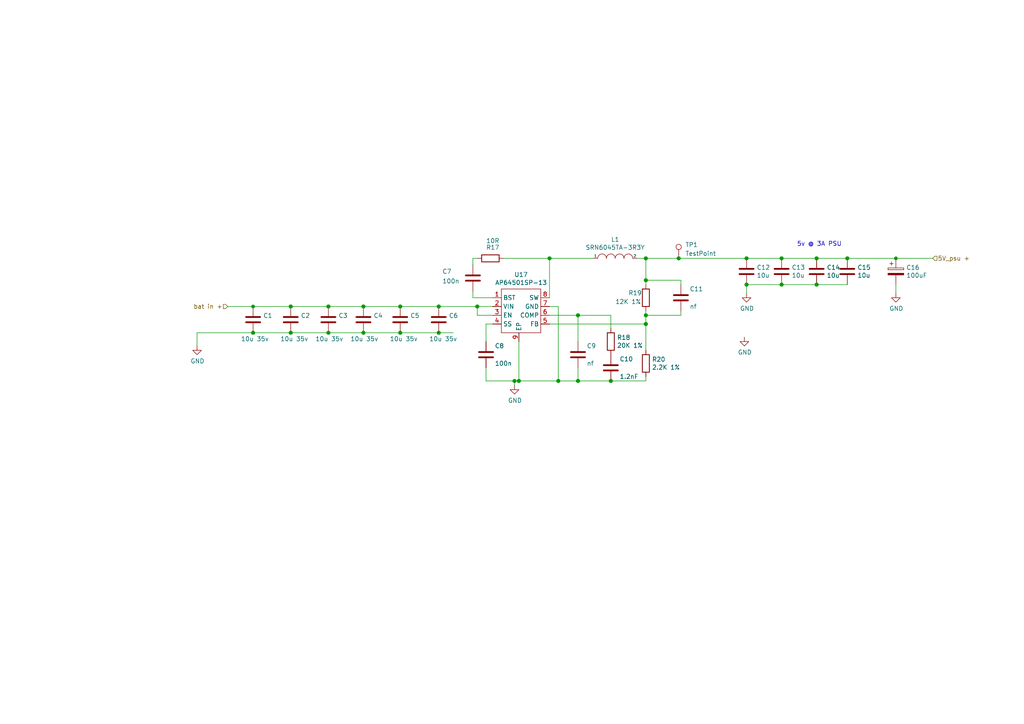
<source format=kicad_sch>
(kicad_sch (version 20231120) (generator "eeschema") (generator_version "8.0")
  (paper "A4")
  (lib_symbols
    (symbol "CM4IO:AP64351"
      (property "Reference" "U" (at 0 8.89 0))
      (property "Value" "AP64351" (at 1.27 6.35 0))
      (symbol "AP64351_0_1"
        (rectangle (start -5.08 5.08) (end 6.35 -7.62))
      )
      (symbol "AP64351_1_1"
        (pin passive line (at -7.62 2.54 0) (length 2.54) (name "BST") (number "1"))
        (pin power_in line (at -7.62 0 0) (length 2.54) (name "VIN") (number "2"))
        (pin input line (at -7.62 -2.54 0) (length 2.54) (name "EN") (number "3"))
        (pin input line (at -7.62 -5.08 0) (length 2.54) (name "SS") (number "4"))
        (pin input line (at 8.89 -5.08 180) (length 2.54) (name "FB") (number "5"))
        (pin input line (at 8.89 -2.54 180) (length 2.54) (name "COMP") (number "6"))
        (pin power_in line (at 8.89 0 180) (length 2.54) (name "GND") (number "7"))
        (pin output line (at 8.89 2.54 180) (length 2.54) (name "SW") (number "8"))
        (pin passive line (at 0 -10.16 90) (length 2.54) (name "EP") (number "9"))
      )
    )
    (symbol "Connector:TestPoint" (pin_numbers hide) (pin_names (offset 0.762) hide)
      (property "Reference" "TP" (at 0 6.858 0))
      (property "Value" "TestPoint" (at 0 5.08 0))
      (symbol "TestPoint_0_1"
        (circle (center 0 3.302) (radius 0.762))
      )
      (symbol "TestPoint_1_1"
        (pin passive line (at 0 0 90) (length 2.54) (name "1") (number "1"))
      )
    )
    (symbol "Device:C" (pin_numbers hide) (pin_names (offset 0.254))
      (property "Reference" "C" (at 0.635 2.54 0))
      (property "Value" "C" (at 0.635 -2.54 0))
      (symbol "C_0_1"
        (polyline (pts (xy -2.032 -0.762) (xy 2.032 -0.762)) (stroke (width 0.508)))
        (polyline (pts (xy -2.032 0.762) (xy 2.032 0.762)) (stroke (width 0.508)))
      )
      (symbol "C_1_1"
        (pin passive line (at 0 3.81 270) (length 2.794) (name "~") (number "1"))
        (pin passive line (at 0 -3.81 90) (length 2.794) (name "~") (number "2"))
      )
    )
    (symbol "Device:CP" (pin_numbers hide) (pin_names (offset 0.254))
      (property "Reference" "C" (at 0.635 2.54 0))
      (property "Value" "CP" (at 0.635 -2.54 0))
      (symbol "CP_0_1"
        (rectangle (start -2.286 0.508) (end 2.286 1.016))
        (polyline (pts (xy -1.778 2.286) (xy -0.762 2.286)))
        (polyline (pts (xy -1.27 2.794) (xy -1.27 1.778)))
        (rectangle (start 2.286 -0.508) (end -2.286 -1.016) (fill (type outline)))
      )
      (symbol "CP_1_1"
        (pin passive line (at 0 3.81 270) (length 2.794) (name "~") (number "1"))
        (pin passive line (at 0 -3.81 90) (length 2.794) (name "~") (number "2"))
      )
    )
    (symbol "Device:R" (pin_numbers hide) (pin_names (offset 0))
      (property "Reference" "R" (at 2.032 0 90))
      (property "Value" "R" (at 0 0 90))
      (symbol "R_0_1"
        (rectangle (start -1.016 -2.54) (end 1.016 2.54) (stroke (width 0.254)))
      )
      (symbol "R_1_1"
        (pin passive line (at 0 3.81 270) (length 1.27) (name "~") (number "1"))
        (pin passive line (at 0 -3.81 90) (length 1.27) (name "~") (number "2"))
      )
    )
    (symbol "power:GND" (power) (pin_names (offset 0))
      (property "Value" "GND" (at 0 -3.81 0))
      (symbol "GND_0_1"
        (polyline (pts (xy 0 0) (xy 0 -1.27) (xy 1.27 -1.27) (xy 0 -2.54) (xy -1.27 -1.27) (xy 0 -1.27)))
      )
      (symbol "GND_1_1"
        (pin power_in line (at 0 0 270) (length 0) hide (name "GND") (number "1"))
      )
    )
    (symbol "pspice:INDUCTOR" (pin_numbers hide) (pin_names (offset 0))
      (property "Reference" "L" (at 0 2.54 0))
      (property "Value" "INDUCTOR" (at 0 -1.27 0))
      (symbol "INDUCTOR_0_1"
        (arc (start -2.54 0) (mid -3.81 1.2645) (end -5.08 0))
        (arc (start 0 0) (mid -1.27 1.2645) (end -2.54 0))
        (arc (start 2.54 0) (mid 1.27 1.2645) (end 0 0))
        (arc (start 5.08 0) (mid 3.81 1.2645) (end 2.54 0))
      )
      (symbol "INDUCTOR_1_1"
        (pin input line (at -6.35 0 0) (length 1.27) (name "1") (number "1"))
        (pin input line (at 6.35 0 180) (length 1.27) (name "2") (number "2"))
      )
    )
  )
  (junction (at 187.325 91.44) (diameter 1.016))
  (junction (at 159.385 74.93) (diameter 1.016))
  (junction (at 187.325 74.93) (diameter 1.016))
  (junction (at 149.225 110.49) (diameter 1.016))
  (junction (at 127.254 88.9) (diameter 1.016))
  (junction (at 105.41 88.9) (diameter 1.016))
  (junction (at 226.695 74.93) (diameter 1.016))
  (junction (at 116.078 96.52) (diameter 1.016))
  (junction (at 167.64 91.44) (diameter 1.016))
  (junction (at 259.842 74.93))
  (junction (at 226.695 82.55) (diameter 1.016))
  (junction (at 245.745 74.93) (diameter 1.016))
  (junction (at 105.41 96.52) (diameter 1.016))
  (junction (at 84.328 88.9) (diameter 1.016))
  (junction (at 84.328 96.52) (diameter 1.016))
  (junction (at 150.495 110.49) (diameter 1.016))
  (junction (at 116.078 88.9) (diameter 1.016))
  (junction (at 216.535 82.55) (diameter 1.016))
  (junction (at 73.406 88.9))
  (junction (at 216.535 74.93) (diameter 1.016))
  (junction (at 95.25 88.9) (diameter 1.016))
  (junction (at 73.406 96.52) (diameter 1.016))
  (junction (at 127.254 96.52) (diameter 1.016))
  (junction (at 177.165 110.49) (diameter 1.016))
  (junction (at 161.925 110.49) (diameter 1.016))
  (junction (at 138.43 88.9) (diameter 1.016))
  (junction (at 95.25 96.52) (diameter 1.016))
  (junction (at 167.64 110.49) (diameter 1.016))
  (junction (at 236.855 74.93) (diameter 1.016))
  (junction (at 187.325 81.28) (diameter 1.016))
  (junction (at 236.855 82.55) (diameter 1.016))
  (junction (at 187.325 93.98) (diameter 1.016))
  (junction (at 196.85 74.93) (diameter 1.016))
  (wire (pts (xy 187.325 93.98) (xy 187.325 101.6)))
  (wire (pts (xy 95.25 96.52) (xy 105.41 96.52)))
  (wire (pts (xy 105.41 88.9) (xy 116.078 88.9)))
  (wire (pts (xy 167.64 106.68) (xy 167.64 110.49)))
  (wire (pts (xy 167.64 91.44) (xy 167.64 99.06)))
  (wire (pts (xy 73.406 96.52) (xy 84.328 96.52)))
  (wire (pts (xy 57.15 96.52) (xy 73.406 96.52)))
  (wire (pts (xy 138.43 91.44) (xy 142.875 91.44)))
  (wire (pts (xy 84.328 88.9) (xy 95.25 88.9)))
  (wire (pts (xy 105.41 96.52) (xy 116.078 96.52)))
  (wire (pts (xy 149.225 111.76) (xy 149.225 110.49)))
  (wire (pts (xy 197.485 91.44) (xy 197.485 90.17)))
  (wire (pts (xy 138.43 88.9) (xy 138.43 91.44)))
  (wire (pts (xy 140.97 93.98) (xy 140.97 99.06)))
  (wire (pts (xy 73.406 88.9) (xy 84.328 88.9)))
  (wire (pts (xy 142.875 93.98) (xy 140.97 93.98)))
  (wire (pts (xy 187.325 90.17) (xy 187.325 91.44)))
  (wire (pts (xy 187.325 91.44) (xy 187.325 93.98)))
  (wire (pts (xy 187.325 110.49) (xy 187.325 109.22)))
  (wire (pts (xy 187.325 81.28) (xy 197.485 81.28)))
  (wire (pts (xy 137.16 74.93) (xy 138.43 74.93)))
  (wire (pts (xy 196.85 74.93) (xy 216.535 74.93)))
  (wire (pts (xy 259.842 74.93) (xy 270.51 74.93)))
  (wire (pts (xy 116.078 96.52) (xy 127.254 96.52)))
  (wire (pts (xy 140.97 110.49) (xy 149.225 110.49)))
  (wire (pts (xy 216.535 74.93) (xy 226.695 74.93)))
  (wire (pts (xy 187.325 74.93) (xy 196.85 74.93)))
  (wire (pts (xy 245.745 82.55) (xy 236.855 82.55)))
  (wire (pts (xy 159.385 74.93) (xy 172.085 74.93)))
  (wire (pts (xy 140.97 106.68) (xy 140.97 110.49)))
  (wire (pts (xy 149.225 110.49) (xy 150.495 110.49)))
  (wire (pts (xy 167.64 91.44) (xy 177.165 91.44)))
  (wire (pts (xy 137.16 84.455) (xy 137.16 86.36)))
  (wire (pts (xy 84.328 96.52) (xy 95.25 96.52)))
  (wire (pts (xy 236.855 74.93) (xy 245.745 74.93)))
  (wire (pts (xy 161.925 110.49) (xy 167.64 110.49)))
  (wire (pts (xy 259.842 82.55) (xy 259.842 85.09)))
  (wire (pts (xy 137.16 76.835) (xy 137.16 74.93)))
  (wire (pts (xy 197.485 81.28) (xy 197.485 82.55)))
  (wire (pts (xy 66.04 88.9) (xy 73.406 88.9)))
  (wire (pts (xy 226.695 74.93) (xy 236.855 74.93)))
  (wire (pts (xy 159.385 88.9) (xy 161.925 88.9)))
  (wire (pts (xy 159.385 91.44) (xy 167.64 91.44)))
  (wire (pts (xy 187.325 74.93) (xy 187.325 81.28)))
  (wire (pts (xy 216.535 82.55) (xy 216.535 85.09)))
  (wire (pts (xy 159.385 93.98) (xy 187.325 93.98)))
  (wire (pts (xy 236.855 82.55) (xy 226.695 82.55)))
  (wire (pts (xy 95.25 88.9) (xy 105.41 88.9)))
  (wire (pts (xy 137.16 86.36) (xy 142.875 86.36)))
  (wire (pts (xy 245.745 74.93) (xy 259.842 74.93)))
  (wire (pts (xy 150.495 110.49) (xy 161.925 110.49)))
  (wire (pts (xy 184.785 74.93) (xy 187.325 74.93)))
  (wire (pts (xy 127.254 88.9) (xy 138.43 88.9)))
  (wire (pts (xy 127.254 96.52) (xy 131.445 96.52)))
  (wire (pts (xy 187.325 91.44) (xy 197.485 91.44)))
  (wire (pts (xy 187.325 81.28) (xy 187.325 82.55)))
  (wire (pts (xy 150.495 99.06) (xy 150.495 110.49)))
  (wire (pts (xy 57.15 96.52) (xy 57.15 100.33)))
  (wire (pts (xy 167.64 110.49) (xy 177.165 110.49)))
  (wire (pts (xy 146.05 74.93) (xy 159.385 74.93)))
  (wire (pts (xy 138.43 88.9) (xy 142.875 88.9)))
  (wire (pts (xy 177.165 95.25) (xy 177.165 91.44)))
  (wire (pts (xy 177.165 110.49) (xy 187.325 110.49)))
  (wire (pts (xy 159.385 74.93) (xy 159.385 86.36)))
  (wire (pts (xy 226.695 82.55) (xy 216.535 82.55)))
  (wire (pts (xy 161.925 88.9) (xy 161.925 110.49)))
  (wire (pts (xy 116.078 88.9) (xy 127.254 88.9)))
  (text "5v @ 3A PSU\n" (at 231.14 71.628 0) (effects (font (size 1.27 1.27)) (justify left bottom)))
  (hierarchical_label "5V_psu +" (shape input) (at 270.51 74.93 0))
  (hierarchical_label "bat in +" (shape input) (at 66.04 88.9 180))
  (symbol (lib_id "Device:CP") (at 259.842 78.74 0) (unit 1)
    (property "Reference" "C16" (at 262.8392 77.597 0) (effects (justify left)))
    (property "Value" "100uF" (at 262.8392 79.883 0) (effects (justify left)))
    (property "Footprint" "Capacitor_Tantalum_SMD:CP_EIA-7343-31_Kemet-D" (effects (hide yes)))
    (property "Field4" "Mouser" (effects (hide yes)))
    (property "Field5" "667-EEF-CX0J101R" (effects (hide yes)))
    (property "Part Description" "Capacitor, SP-Cap, 100u, 6.3V, 15mR ESR" (effects (hide yes)))
  )
  (symbol (lib_id "power:GND") (at 57.15 100.33 0) (unit 1)
    (property "Reference" "#PWR01" (effects (hide yes)))
    (property "Value" "GND" (at 57.277 104.7242 0))
  )
  (symbol (lib_id "Device:C") (at 95.25 92.71 0) (unit 1)
    (property "Reference" "C3" (at 98.171 91.5416 0) (effects (justify left)))
    (property "Value" "10u 35v" (at 91.44 98.298 0) (effects (justify left)))
    (property "Footprint" "Capacitor_SMD:C_0805_2012Metric" (effects (hide yes)))
    (property "Datasheet" "https://www.murata.com/en-global/products/productdetail.aspx?partno=GRM21BC8YA106ME11%23" (effects (hide yes)))
    (property "Field5" "490-10505-1-ND" (effects (hide yes)))
    (property "Field4" "Digikey" (effects (hide yes)))
    (property "Field6" "GRM21BC8YA106KE11L " (effects (hide yes)))
    (property "Field7" "Murata" (effects (hide yes)))
    (property "Part Description" "	10uF 10% or 20% 35V Ceramic Capacitor X6S 0805 (2012 Metric)" (effects (hide yes)))
  )
  (symbol (lib_id "Device:C") (at 73.406 92.71 0) (unit 1)
    (property "Reference" "C1" (at 76.327 91.5416 0) (effects (justify left)))
    (property "Value" "10u 35v" (at 69.85 98.298 0) (effects (justify left)))
    (property "Footprint" "Capacitor_SMD:C_0805_2012Metric" (effects (hide yes)))
    (property "Datasheet" "https://www.murata.com/en-global/products/productdetail.aspx?partno=GRM21BC8YA106ME11%23" (effects (hide yes)))
    (property "Field5" "490-10505-1-ND" (effects (hide yes)))
    (property "Field4" "Digikey" (effects (hide yes)))
    (property "Field6" "GRM21BC8YA106KE11L " (effects (hide yes)))
    (property "Field7" "Murata" (effects (hide yes)))
    (property "Part Description" "	10uF 10% or 20% 35V Ceramic Capacitor X6S 0805 (2012 Metric)" (effects (hide yes)))
  )
  (symbol (lib_id "Device:C") (at 177.165 106.68 0) (unit 1)
    (property "Reference" "C10" (at 179.705 104.14 0) (effects (justify left)))
    (property "Value" "1.2nF" (at 179.705 109.22 0) (effects (justify left)))
    (property "Footprint" "Capacitor_SMD:C_0402_1005Metric" (effects (hide yes)))
    (property "Datasheet" "http://www.farnell.com/datasheets/2734135.pdf?_ga=2.259347658.1738794919.1588350964-1787849031.1568210898&_gac=1.15394434.1588350964.EAIaIQobChMIgrHHs4yT6QIVxevtCh39TA_nEAAYASAAEgK8PfD_BwE" (effects (hide yes)))
    (property "Field4" "Digikey" (effects (hide yes)))
    (property "Field5" "490-16429-1-ND" (effects (hide yes)))
    (property "Field6" "GCM155R71H122KA37D" (effects (hide yes)))
    (property "Field7" "Murata" (effects (hide yes)))
    (property "Part Description" "1200pF 10% 10V Ceramic Capacitor X5R 0402 (1005 Metric)" (effects (hide yes)))
  )
  (symbol (lib_id "Device:C") (at 127.254 92.71 0) (unit 1)
    (property "Reference" "C6" (at 130.175 91.5416 0) (effects (justify left)))
    (property "Value" "10u 35v" (at 124.46 98.298 0) (effects (justify left)))
    (property "Footprint" "Capacitor_SMD:C_0805_2012Metric" (effects (hide yes)))
    (property "Datasheet" "https://www.murata.com/en-global/products/productdetail.aspx?partno=GRM21BC8YA106ME11%23" (effects (hide yes)))
    (property "Field5" "490-10505-1-ND" (effects (hide yes)))
    (property "Field4" "Digikey" (effects (hide yes)))
    (property "Field6" "GRM21BC8YA106KE11L " (effects (hide yes)))
    (property "Field7" "Murata" (effects (hide yes)))
    (property "Part Description" "	10uF 10% or 20% 35V Ceramic Capacitor X6S 0805 (2012 Metric)" (effects (hide yes)))
  )
  (symbol (lib_id "Device:R") (at 177.165 99.06 0) (unit 1)
    (property "Reference" "R18" (at 178.943 97.8916 0) (effects (justify left)))
    (property "Value" "20K 1%" (at 178.943 100.203 0) (effects (justify left)))
    (property "Footprint" "Resistor_SMD:R_0402_1005Metric" (effects (hide yes)))
    (property "Datasheet" "https://fscdn.rohm.com/en/products/databook/datasheet/passive/resistor/chip_resistor/mcr-e.pdf" (effects (hide yes)))
    (property "Field4" "Farnell" (effects (hide yes)))
    (property "Field5" "2331485" (effects (hide yes)))
    (property "Field7" "KOA EUROPE GMBH" (effects (hide yes)))
    (property "Field6" "RK73H1ETTP2002F" (effects (hide yes)))
    (property "Part Description" "Resistor 20K M1005 1% 63mW" (effects (hide yes)))
  )
  (symbol (lib_id "Device:R") (at 187.325 86.36 0) (unit 1)
    (property "Reference" "R19" (at 182.245 84.963 0) (effects (justify left)))
    (property "Value" "12K 1%" (at 178.435 87.503 0) (effects (justify left)))
    (property "Footprint" "Resistor_SMD:R_0402_1005Metric" (effects (hide yes)))
    (property "Datasheet" "https://fscdn.rohm.com/en/products/databook/datasheet/passive/resistor/chip_resistor/mcr-e.pdf" (effects (hide yes)))
    (property "Field4" "Farnell" (effects (hide yes)))
    (property "Field5" "9239367" (effects (hide yes)))
    (property "Field7" "Rohm" (effects (hide yes)))
    (property "Field6" "MCR01MZPF1202" (effects (hide yes)))
    (property "Part Description" "Resistor 12K M1005 1% 63mW" (effects (hide yes)))
  )
  (symbol (lib_id "Connector:TestPoint") (at 196.85 74.93 0) (unit 1)
    (property "Reference" "TP1" (at 198.755 70.993 0) (effects (justify left)))
    (property "Value" "TestPoint" (at 198.755 73.533 0) (effects (justify left)))
    (property "Footprint" "TestPoint:TestPoint_Pad_2.0x2.0mm" (effects (hide yes)))
    (property "Field4" "nf" (effects (hide yes)))
    (property "Field5" "nf" (effects (hide yes)))
    (property "Field6" "nf" (effects (hide yes)))
    (property "Field7" "nf" (effects (hide yes)))
  )
  (symbol (lib_id "power:GND") (at 259.842 85.09 0) (unit 1)
    (property "Reference" "#PWR05" (effects (hide yes)))
    (property "Value" "GND" (at 259.969 89.4842 0))
  )
  (symbol (lib_id "Device:C") (at 140.97 102.87 0) (unit 1)
    (property "Reference" "C8" (at 143.51 100.33 0) (effects (justify left)))
    (property "Value" "100n" (at 143.51 105.41 0) (effects (justify left)))
    (property "Footprint" "Capacitor_SMD:C_0402_1005Metric" (effects (hide yes)))
    (property "Datasheet" "https://search.murata.co.jp/Ceramy/image/img/A01X/G101/ENG/GRM155R71C104KA88-01.pdf" (effects (hide yes)))
    (property "Field4" "Farnell" (effects (hide yes)))
    (property "Field5" "2611911" (effects (hide yes)))
    (property "Field6" "RM EMK105 B7104KV-F" (effects (hide yes)))
    (property "Field7" "TAIYO YUDEN EUROPE GMBH" (effects (hide yes)))
    (property "Part Description" "	0.1uF 10% 16V Ceramic Capacitor X7R 0402 (1005 Metric)" (effects (hide yes)))
    (property "Field8" "110091611" (effects (hide yes)))
  )
  (symbol (lib_id "Device:C") (at 116.078 92.71 0) (unit 1)
    (property "Reference" "C5" (at 118.999 91.5416 0) (effects (justify left)))
    (property "Value" "10u 35v" (at 113.03 98.298 0) (effects (justify left)))
    (property "Footprint" "Capacitor_SMD:C_0805_2012Metric" (effects (hide yes)))
    (property "Datasheet" "https://www.murata.com/en-global/products/productdetail.aspx?partno=GRM21BC8YA106ME11%23" (effects (hide yes)))
    (property "Field5" "490-10505-1-ND" (effects (hide yes)))
    (property "Field4" "Digikey" (effects (hide yes)))
    (property "Field6" "GRM21BC8YA106KE11L " (effects (hide yes)))
    (property "Field7" "Murata" (effects (hide yes)))
    (property "Part Description" "	10uF 10% or 20% 35V Ceramic Capacitor X6S 0805 (2012 Metric)" (effects (hide yes)))
  )
  (symbol (lib_id "CM4IO:AP64351") (at 150.495 88.9 0) (unit 1)
    (property "Reference" "U17" (at 151.13 79.6544 0))
    (property "Value" "AP64501SP-13" (at 151.13 81.9658 0))
    (property "Footprint" "Package_SO:SOIC-8-1EP_3.9x4.9mm_P1.27mm_EP2.95x4.9mm_Mask2.71x3.4mm_ThermalVias" (effects (hide yes)))
    (property "Datasheet" "https://www.diodes.com/assets/Datasheets/AP64501.pdf" (effects (hide yes)))
    (property "Field4" "Digikey" (effects (hide yes)))
    (property "Field5" "31-AP64501SP-13CT-ND" (effects (hide yes)))
    (property "Field6" "AP64501SP-13" (effects (hide yes)))
    (property "Field7" "Diodes" (effects (hide yes)))
    (property "Part Description" "Buck Switching Regulator IC Positive Adjustable 0.8V 1 Output 5A 8-SOIC (0.154\", 3.90mm Width) Exposed Pad" (effects (hide yes)))
  )
  (symbol (lib_id "Device:R") (at 142.24 74.93 270) (unit 1)
    (property "Reference" "R17" (at 140.97 71.755 90) (effects (justify left)))
    (property "Value" "10R" (at 140.97 69.85 90) (effects (justify left)))
    (property "Footprint" "Resistor_SMD:R_0402_1005Metric" (effects (hide yes)))
    (property "Datasheet" "https://fscdn.rohm.com/en/products/databook/datasheet/passive/resistor/chip_resistor/mcr-e.pdf" (effects (hide yes)))
    (property "Field4" "Farnell" (effects (hide yes)))
    (property "Field5" "9238999" (effects (hide yes)))
    (property "Field7" "Yageo" (effects (hide yes)))
    (property "Field6" "RC0402FR-0710RL" (effects (hide yes)))
    (property "Field8" "URES00256" (effects (hide yes)))
    (property "Part Description" "Resistor 10R M1005 1% 63mW" (effects (hide yes)))
  )
  (symbol (lib_id "Device:R") (at 187.325 105.41 0) (unit 1)
    (property "Reference" "R20" (at 189.103 104.2416 0) (effects (justify left)))
    (property "Value" "2.2K 1%" (at 189.103 106.553 0) (effects (justify left)))
    (property "Footprint" "Resistor_SMD:R_0402_1005Metric" (effects (hide yes)))
    (property "Datasheet" "https://fscdn.rohm.com/en/products/databook/datasheet/passive/resistor/chip_resistor/mcr-e.pdf" (effects (hide yes)))
    (property "Field4" "Farnell" (effects (hide yes)))
    (property "Field5" "9239278" (effects (hide yes)))
    (property "Field6" "RK73G1ETQTP2201D         " (effects (hide yes)))
    (property "Field7" "KOA EUROPE GMBH" (effects (hide yes)))
    (property "Part Description" "Resistor 2.2K M1005 1% 63mW" (effects (hide yes)))
    (property "Field8" "120889581" (effects (hide yes)))
  )
  (symbol (lib_id "Device:C") (at 197.485 86.36 0) (unit 1)
    (property "Reference" "C11" (at 200.025 83.82 0) (effects (justify left)))
    (property "Value" "nf" (at 200.025 88.9 0) (effects (justify left)))
    (property "Footprint" "Capacitor_SMD:C_0402_1005Metric" (effects (hide yes)))
    (property "Datasheet" "http://www.farnell.com/datasheets/2048267.pdf?_ga=2.222777691.1738794919.1588350964-1787849031.1568210898&_gac=1.250356018.1588350964.EAIaIQobChMIgrHHs4yT6QIVxevtCh39TA_nEAAYASAAEgK8PfD_BwE" (effects (hide yes)))
    (property "Field4" "Farnell" (effects (hide yes)))
    (property "Field5" "2666374" (effects (hide yes)))
    (property "Field6" "GRM1555C1H221JA01D" (effects (hide yes)))
    (property "Field7" "Murata" (effects (hide yes)))
    (property "Part Description" "220 pF, 50 V, 0402 [1005 Metric], ± 5%, C0G / NP0/CH, GCM Series" (effects (hide yes)))
  )
  (symbol (lib_id "Device:C") (at 236.855 78.74 0) (unit 1)
    (property "Reference" "C14" (at 239.776 77.5716 0) (effects (justify left)))
    (property "Value" "10u" (at 239.776 79.883 0) (effects (justify left)))
    (property "Footprint" "Capacitor_SMD:C_0805_2012Metric" (effects (hide yes)))
    (property "Datasheet" "https://search.murata.co.jp/Ceramy/image/img/A01X/G101/ENG/GRM21BR71A106KA73-01.pdf" (effects (hide yes)))
    (property "Field5" "490-14381-1-ND" (effects (hide yes)))
    (property "Field4" "Digikey" (effects (hide yes)))
    (property "Field6" "GRM21BR71A106KA73L" (effects (hide yes)))
    (property "Field7" "Murata" (effects (hide yes)))
    (property "Part Description" "	10uF 10% 10V Ceramic Capacitor X7R 0805 (2012 Metric)" (effects (hide yes)))
    (property "Field8" "111893011" (effects (hide yes)))
  )
  (symbol (lib_id "pspice:INDUCTOR") (at 178.435 74.93 0) (unit 1)
    (property "Reference" "L1" (at 178.435 69.469 0))
    (property "Value" "SRN6045TA-3R3Y" (at 178.435 71.7804 0))
    (property "Footprint" "Inductor_SMD:L_Bourns_SRN6045TA" (effects (hide yes)))
    (property "Datasheet" "https://www.bourns.com/docs/Product-Datasheets/SRN6045TA.pdf" (effects (hide yes)))
    (property "Field4" "Farnell" (effects (hide yes)))
    (property "Field5" "2616889" (effects (hide yes)))
    (property "Field6" "SRN6045TA-3R3Y" (effects (hide yes)))
    (property "Field7" "Bourns" (effects (hide yes)))
    (property "Part Description" "3.3µH Semi-Shielded Wirewound Inductor 7.8A 21mOhm Nonstandard" (effects (hide yes)))
  )
  (symbol (lib_id "Device:C") (at 137.16 80.645 0) (unit 1)
    (property "Reference" "C7" (at 128.27 78.74 0) (effects (justify left)))
    (property "Value" "100n" (at 128.27 81.534 0) (effects (justify left)))
    (property "Footprint" "Capacitor_SMD:C_0402_1005Metric" (effects (hide yes)))
    (property "Datasheet" "https://search.murata.co.jp/Ceramy/image/img/A01X/G101/ENG/GRM155R71C104KA88-01.pdf" (effects (hide yes)))
    (property "Field4" "Farnell" (effects (hide yes)))
    (property "Field5" "2611911" (effects (hide yes)))
    (property "Field6" "RM EMK105 B7104KV-F" (effects (hide yes)))
    (property "Field7" "TAIYO YUDEN EUROPE GMBH" (effects (hide yes)))
    (property "Part Description" "	0.1uF 10% 16V Ceramic Capacitor X7R 0402 (1005 Metric)" (effects (hide yes)))
    (property "Field8" "110091611" (effects (hide yes)))
  )
  (symbol (lib_id "Device:C") (at 226.695 78.74 0) (unit 1)
    (property "Reference" "C13" (at 229.616 77.5716 0) (effects (justify left)))
    (property "Value" "10u" (at 229.616 79.883 0) (effects (justify left)))
    (property "Footprint" "Capacitor_SMD:C_0805_2012Metric" (effects (hide yes)))
    (property "Datasheet" "https://search.murata.co.jp/Ceramy/image/img/A01X/G101/ENG/GRM21BR71A106KA73-01.pdf" (effects (hide yes)))
    (property "Field5" "490-14381-1-ND" (effects (hide yes)))
    (property "Field4" "Digikey" (effects (hide yes)))
    (property "Field6" "GRM21BR71A106KA73L" (effects (hide yes)))
    (property "Field7" "Murata" (effects (hide yes)))
    (property "Part Description" "	10uF 10% 10V Ceramic Capacitor X7R 0805 (2012 Metric)" (effects (hide yes)))
    (property "Field8" "111893011" (effects (hide yes)))
  )
  (symbol (lib_id "power:GND") (at 215.9 97.79 0) (unit 1)
    (property "Reference" "#PWR03" (effects (hide yes)))
    (property "Value" "GND" (at 216.027 102.1842 0))
  )
  (symbol (lib_id "Device:C") (at 105.41 92.71 0) (unit 1)
    (property "Reference" "C4" (at 108.331 91.5416 0) (effects (justify left)))
    (property "Value" "10u 35v" (at 101.6 98.298 0) (effects (justify left)))
    (property "Footprint" "Capacitor_SMD:C_0805_2012Metric" (effects (hide yes)))
    (property "Datasheet" "https://www.murata.com/en-global/products/productdetail.aspx?partno=GRM21BC8YA106ME11%23" (effects (hide yes)))
    (property "Field5" "490-10505-1-ND" (effects (hide yes)))
    (property "Field4" "Digikey" (effects (hide yes)))
    (property "Field6" "GRM21BC8YA106KE11L " (effects (hide yes)))
    (property "Field7" "Murata" (effects (hide yes)))
    (property "Part Description" "	10uF 10% or 20% 35V Ceramic Capacitor X6S 0805 (2012 Metric)" (effects (hide yes)))
  )
  (symbol (lib_id "power:GND") (at 149.225 111.76 0) (unit 1)
    (property "Reference" "#PWR02" (effects (hide yes)))
    (property "Value" "GND" (at 149.352 116.1542 0))
  )
  (symbol (lib_id "Device:C") (at 84.328 92.71 0) (unit 1)
    (property "Reference" "C2" (at 87.249 91.5416 0) (effects (justify left)))
    (property "Value" "10u 35v" (at 81.28 98.298 0) (effects (justify left)))
    (property "Footprint" "Capacitor_SMD:C_0805_2012Metric" (effects (hide yes)))
    (property "Datasheet" "https://www.murata.com/en-global/products/productdetail.aspx?partno=GRM21BC8YA106ME11%23" (effects (hide yes)))
    (property "Field5" "490-10505-1-ND" (effects (hide yes)))
    (property "Field4" "Digikey" (effects (hide yes)))
    (property "Field6" "GRM21BC8YA106KE11L " (effects (hide yes)))
    (property "Field7" "Murata" (effects (hide yes)))
    (property "Part Description" "	10uF 10% or 20% 35V Ceramic Capacitor X6S 0805 (2012 Metric)" (effects (hide yes)))
  )
  (symbol (lib_id "power:GND") (at 216.535 85.09 0) (unit 1)
    (property "Reference" "#PWR04" (effects (hide yes)))
    (property "Value" "GND" (at 216.662 89.4842 0))
  )
  (symbol (lib_id "Device:C") (at 167.64 102.87 0) (unit 1)
    (property "Reference" "C9" (at 170.18 100.33 0) (effects (justify left)))
    (property "Value" "nf" (at 170.18 105.41 0) (effects (justify left)))
    (property "Footprint" "Capacitor_SMD:C_0402_1005Metric" (effects (hide yes)))
  )
  (symbol (lib_id "Device:C") (at 216.535 78.74 0) (unit 1)
    (property "Reference" "C12" (at 219.456 77.5716 0) (effects (justify left)))
    (property "Value" "10u" (at 219.456 79.883 0) (effects (justify left)))
    (property "Footprint" "Capacitor_SMD:C_0805_2012Metric" (effects (hide yes)))
    (property "Datasheet" "https://search.murata.co.jp/Ceramy/image/img/A01X/G101/ENG/GRM21BR71A106KA73-01.pdf" (effects (hide yes)))
    (property "Field5" "490-14381-1-ND" (effects (hide yes)))
    (property "Field4" "Digikey" (effects (hide yes)))
    (property "Field6" "GRM21BR71A106KA73L" (effects (hide yes)))
    (property "Field7" "Murata" (effects (hide yes)))
    (property "Part Description" "	10uF 10% 10V Ceramic Capacitor X7R 0805 (2012 Metric)" (effects (hide yes)))
    (property "Field8" "111893011" (effects (hide yes)))
  )
  (symbol (lib_id "Device:C") (at 245.745 78.74 0) (unit 1)
    (property "Reference" "C15" (at 248.666 77.5716 0) (effects (justify left)))
    (property "Value" "10u" (at 248.666 79.883 0) (effects (justify left)))
    (property "Footprint" "Capacitor_SMD:C_0805_2012Metric" (effects (hide yes)))
    (property "Datasheet" "https://search.murata.co.jp/Ceramy/image/img/A01X/G101/ENG/GRM21BR71A106KA73-01.pdf" (effects (hide yes)))
    (property "Field5" "490-14381-1-ND" (effects (hide yes)))
    (property "Field4" "Digikey" (effects (hide yes)))
    (property "Field6" "GRM21BR71A106KA73L" (effects (hide yes)))
    (property "Field7" "Murata" (effects (hide yes)))
    (property "Part Description" "	10uF 10% 10V Ceramic Capacitor X7R 0805 (2012 Metric)" (effects (hide yes)))
    (property "Field8" "111893011" (effects (hide yes)))
  )
)
</source>
